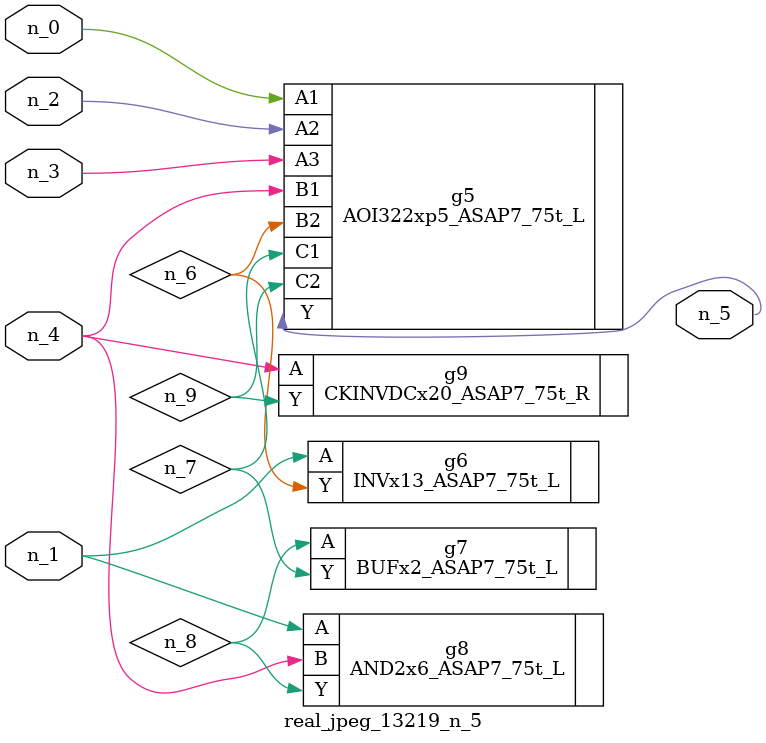
<source format=v>
module real_jpeg_13219_n_5 (n_4, n_0, n_1, n_2, n_3, n_5);

input n_4;
input n_0;
input n_1;
input n_2;
input n_3;

output n_5;

wire n_8;
wire n_6;
wire n_7;
wire n_9;

AOI322xp5_ASAP7_75t_L g5 ( 
.A1(n_0),
.A2(n_2),
.A3(n_3),
.B1(n_4),
.B2(n_6),
.C1(n_7),
.C2(n_9),
.Y(n_5)
);

INVx13_ASAP7_75t_L g6 ( 
.A(n_1),
.Y(n_6)
);

AND2x6_ASAP7_75t_L g8 ( 
.A(n_1),
.B(n_4),
.Y(n_8)
);

CKINVDCx20_ASAP7_75t_R g9 ( 
.A(n_4),
.Y(n_9)
);

BUFx2_ASAP7_75t_L g7 ( 
.A(n_8),
.Y(n_7)
);


endmodule
</source>
